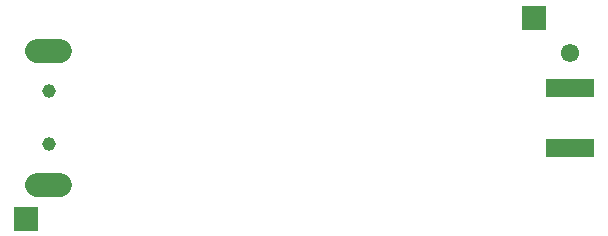
<source format=gbs>
G75*
%MOIN*%
%OFA0B0*%
%FSLAX24Y24*%
%IPPOS*%
%LPD*%
%AMOC8*
5,1,8,0,0,1.08239X$1,22.5*
%
%ADD10C,0.0611*%
%ADD11C,0.0807*%
%ADD12C,0.0614*%
%ADD13C,0.0453*%
%ADD14R,0.1620X0.0620*%
%ADD15C,0.0414*%
%ADD16R,0.0787X0.0787*%
D10*
X024713Y011872D03*
D11*
X007744Y011951D02*
X006957Y011951D01*
X006957Y007463D02*
X007744Y007463D01*
D12*
X007642Y007463D03*
X007051Y007463D03*
X007051Y011951D03*
X007642Y011951D03*
D13*
X007350Y010593D03*
X007350Y008821D03*
D14*
X024713Y008707D03*
X024713Y010707D03*
D15*
X023535Y013050D03*
X006606Y006350D03*
D16*
X006606Y006350D03*
X023535Y013050D03*
M02*

</source>
